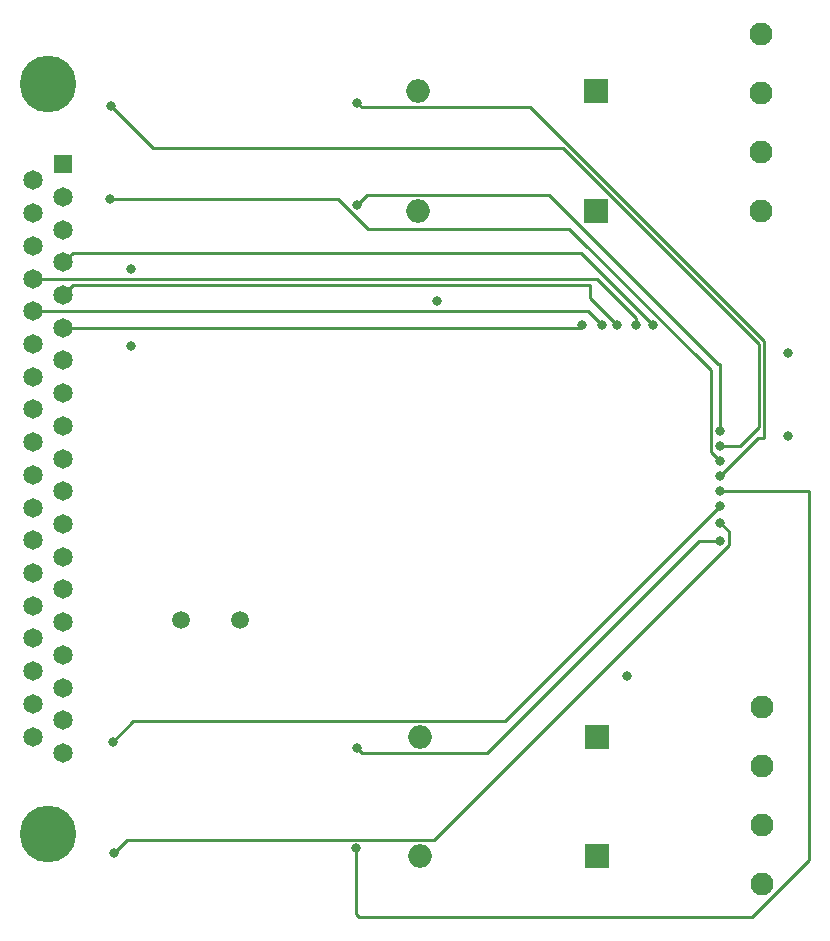
<source format=gbr>
%TF.GenerationSoftware,KiCad,Pcbnew,(5.1.10)-1*%
%TF.CreationDate,2021-11-30T13:01:00-06:00*%
%TF.ProjectId,Charges_KiCAD_Project,43686172-6765-4735-9f4b-694341445f50,rev?*%
%TF.SameCoordinates,Original*%
%TF.FileFunction,Copper,L4,Bot*%
%TF.FilePolarity,Positive*%
%FSLAX46Y46*%
G04 Gerber Fmt 4.6, Leading zero omitted, Abs format (unit mm)*
G04 Created by KiCad (PCBNEW (5.1.10)-1) date 2021-11-30 13:01:00*
%MOMM*%
%LPD*%
G01*
G04 APERTURE LIST*
%TA.AperFunction,ComponentPad*%
%ADD10C,4.800000*%
%TD*%
%TA.AperFunction,ComponentPad*%
%ADD11C,1.650000*%
%TD*%
%TA.AperFunction,ComponentPad*%
%ADD12R,1.650000X1.650000*%
%TD*%
%TA.AperFunction,ComponentPad*%
%ADD13C,1.950000*%
%TD*%
%TA.AperFunction,ComponentPad*%
%ADD14C,1.500000*%
%TD*%
%TA.AperFunction,ComponentPad*%
%ADD15O,2.000000X2.000000*%
%TD*%
%TA.AperFunction,ComponentPad*%
%ADD16R,2.000000X2.000000*%
%TD*%
%TA.AperFunction,ViaPad*%
%ADD17C,0.800000*%
%TD*%
%TA.AperFunction,Conductor*%
%ADD18C,0.250000*%
%TD*%
G04 APERTURE END LIST*
D10*
%TO.P,J3,MH2*%
%TO.N,GND*%
X108585000Y-127800000D03*
%TO.P,J3,MH1*%
X108585000Y-64300000D03*
D11*
%TO.P,J3,37*%
%TO.N,+5V*%
X107315000Y-119595000D03*
%TO.P,J3,36*%
%TO.N,Net-(J3-Pad36)*%
X107315000Y-116825000D03*
%TO.P,J3,35*%
%TO.N,Net-(J3-Pad35)*%
X107315000Y-114055000D03*
%TO.P,J3,34*%
%TO.N,Net-(J3-Pad34)*%
X107315000Y-111285000D03*
%TO.P,J3,33*%
%TO.N,Net-(J3-Pad33)*%
X107315000Y-108515000D03*
%TO.P,J3,32*%
%TO.N,Net-(J3-Pad32)*%
X107315000Y-105745000D03*
%TO.P,J3,31*%
%TO.N,Net-(J3-Pad31)*%
X107315000Y-102975000D03*
%TO.P,J3,30*%
%TO.N,Net-(J3-Pad30)*%
X107315000Y-100205000D03*
%TO.P,J3,29*%
%TO.N,Net-(J3-Pad29)*%
X107315000Y-97435000D03*
%TO.P,J3,28*%
%TO.N,Net-(J3-Pad28)*%
X107315000Y-94665000D03*
%TO.P,J3,27*%
%TO.N,Net-(J3-Pad27)*%
X107315000Y-91895000D03*
%TO.P,J3,26*%
%TO.N,/Fire_Redundant*%
X107315000Y-89125000D03*
%TO.P,J3,25*%
%TO.N,/NRST*%
X107315000Y-86355000D03*
%TO.P,J3,24*%
%TO.N,/Alert_sda*%
X107315000Y-83585000D03*
%TO.P,J3,23*%
%TO.N,/SWCLK*%
X107315000Y-80815000D03*
%TO.P,J3,22*%
%TO.N,/Sheet61A437B4/t_clk*%
X107315000Y-78045000D03*
%TO.P,J3,21*%
%TO.N,/Sheet61A437B4/t_mosi*%
X107315000Y-75275000D03*
%TO.P,J3,20*%
%TO.N,+5V*%
X107315000Y-72505000D03*
%TO.P,J3,19*%
%TO.N,GND*%
X109855000Y-120980000D03*
%TO.P,J3,18*%
%TO.N,+3V3*%
X109855000Y-118210000D03*
%TO.P,J3,17*%
%TO.N,Net-(J3-Pad17)*%
X109855000Y-115440000D03*
%TO.P,J3,16*%
%TO.N,Net-(J3-Pad16)*%
X109855000Y-112670000D03*
%TO.P,J3,15*%
%TO.N,Net-(J3-Pad15)*%
X109855000Y-109900000D03*
%TO.P,J3,14*%
%TO.N,Net-(J3-Pad14)*%
X109855000Y-107130000D03*
%TO.P,J3,13*%
%TO.N,Net-(J3-Pad13)*%
X109855000Y-104360000D03*
%TO.P,J3,12*%
%TO.N,Net-(J3-Pad12)*%
X109855000Y-101590000D03*
%TO.P,J3,11*%
%TO.N,Net-(J3-Pad11)*%
X109855000Y-98820000D03*
%TO.P,J3,10*%
%TO.N,Net-(J3-Pad10)*%
X109855000Y-96050000D03*
%TO.P,J3,9*%
%TO.N,Net-(J3-Pad9)*%
X109855000Y-93280000D03*
%TO.P,J3,8*%
%TO.N,Net-(J3-Pad8)*%
X109855000Y-90510000D03*
%TO.P,J3,7*%
%TO.N,/Fire*%
X109855000Y-87740000D03*
%TO.P,J3,6*%
%TO.N,/Alert_Active*%
X109855000Y-84970000D03*
%TO.P,J3,5*%
%TO.N,/Alert_scl*%
X109855000Y-82200000D03*
%TO.P,J3,4*%
%TO.N,/SWDIO*%
X109855000Y-79430000D03*
%TO.P,J3,3*%
%TO.N,/Sheet61A437B4/t_miso*%
X109855000Y-76660000D03*
%TO.P,J3,2*%
%TO.N,+3V3*%
X109855000Y-73890000D03*
D12*
%TO.P,J3,1*%
%TO.N,GND*%
X109855000Y-71120000D03*
%TD*%
D13*
%TO.P,J2,4*%
%TO.N,Net-(J2-Pad4)*%
X169037000Y-132094000D03*
%TO.P,J2,3*%
%TO.N,/Fet_D*%
X169037000Y-127094000D03*
%TO.P,J2,2*%
%TO.N,Net-(J2-Pad2)*%
X169037000Y-122094000D03*
%TO.P,J2,1*%
%TO.N,/Fet_C*%
X169037000Y-117094000D03*
%TD*%
%TO.P,J1,4*%
%TO.N,Net-(J1-Pad4)*%
X168910000Y-75071000D03*
%TO.P,J1,3*%
%TO.N,/Fet_B*%
X168910000Y-70071000D03*
%TO.P,J1,2*%
%TO.N,Net-(J1-Pad2)*%
X168910000Y-65071000D03*
%TO.P,J1,1*%
%TO.N,/Fet_A*%
X168910000Y-60071000D03*
%TD*%
D14*
%TO.P,IC1,2*%
%TO.N,GND*%
X119841000Y-109728000D03*
%TO.P,IC1,1*%
%TO.N,/Buzzer_Excitation*%
X124841000Y-109728000D03*
%TD*%
D15*
%TO.P,C4,2*%
%TO.N,GND*%
X140067000Y-129667000D03*
D16*
%TO.P,C4,1*%
%TO.N,Net-(C4-Pad1)*%
X155067000Y-129667000D03*
%TD*%
D15*
%TO.P,C3,2*%
%TO.N,GND*%
X140067000Y-119634000D03*
D16*
%TO.P,C3,1*%
%TO.N,Net-(C3-Pad1)*%
X155067000Y-119634000D03*
%TD*%
D15*
%TO.P,C2,2*%
%TO.N,GND*%
X139940000Y-75057000D03*
D16*
%TO.P,C2,1*%
%TO.N,Net-(C2-Pad1)*%
X154940000Y-75057000D03*
%TD*%
D15*
%TO.P,C1,2*%
%TO.N,GND*%
X139940000Y-64897000D03*
D16*
%TO.P,C1,1*%
%TO.N,Net-(C1-Pad1)*%
X154940000Y-64897000D03*
%TD*%
D17*
%TO.N,GND*%
X171196000Y-94107000D03*
X141478000Y-82677000D03*
X115570000Y-86487000D03*
X157607000Y-114427000D03*
%TO.N,+3V3*%
X171196000Y-87122000D03*
X115570000Y-80010000D03*
%TO.N,/Fire_D*%
X114173000Y-129413000D03*
X165481000Y-101473000D03*
%TO.N,/Fire_C*%
X114046000Y-120015000D03*
X165481000Y-100076000D03*
%TO.N,/Fire_B*%
X165481000Y-96266000D03*
X113792000Y-74041000D03*
%TO.N,/Fire_A*%
X113919000Y-66167000D03*
X165481000Y-94996000D03*
%TO.N,/Sense_D*%
X165481000Y-98806000D03*
X134620000Y-129032000D03*
%TO.N,/Sense_C*%
X134747000Y-120523000D03*
X165481000Y-102997000D03*
%TO.N,/Sense_B*%
X134747000Y-74549000D03*
X165481000Y-93726000D03*
%TO.N,/Sense_A*%
X134747000Y-65913000D03*
X165481000Y-97536000D03*
%TO.N,/Alert_Active*%
X153797000Y-84709000D03*
%TO.N,/SWCLK*%
X158369000Y-84709000D03*
%TO.N,/SWDIO*%
X159766000Y-84709000D03*
%TO.N,/Alert_sda*%
X155448000Y-84709000D03*
%TO.N,/Alert_scl*%
X156718000Y-84709000D03*
%TD*%
D18*
%TO.N,/Fire_D*%
X166206001Y-103345001D02*
X166206001Y-102198001D01*
X141244003Y-128306999D02*
X166206001Y-103345001D01*
X166206001Y-102198001D02*
X165481000Y-101473000D01*
X115279001Y-128306999D02*
X141244003Y-128306999D01*
X114173000Y-129413000D02*
X115279001Y-128306999D01*
%TO.N,/Fire_C*%
X147248001Y-118308999D02*
X165481000Y-100076000D01*
X115752001Y-118308999D02*
X147248001Y-118308999D01*
X114046000Y-120015000D02*
X115752001Y-118308999D01*
%TO.N,/Fire_B*%
X152711002Y-76581000D02*
X164686001Y-88555999D01*
X135705998Y-76581000D02*
X152711002Y-76581000D01*
X133165998Y-74041000D02*
X135705998Y-76581000D01*
X113792000Y-74041000D02*
X133165998Y-74041000D01*
X164686001Y-95471001D02*
X165481000Y-96266000D01*
X164686001Y-88555999D02*
X164686001Y-95471001D01*
%TO.N,/Fire_A*%
X167189685Y-94996000D02*
X165481000Y-94996000D01*
X168783000Y-93402685D02*
X167189685Y-94996000D01*
X168783000Y-86314998D02*
X168783000Y-93402685D01*
X152191002Y-69723000D02*
X168783000Y-86314998D01*
X117475000Y-69723000D02*
X152191002Y-69723000D01*
X113919000Y-66167000D02*
X117475000Y-69723000D01*
%TO.N,/Sense_D*%
X172974000Y-98806000D02*
X165481000Y-98806000D01*
X134620000Y-134620000D02*
X134874000Y-134874000D01*
X134620000Y-129032000D02*
X134620000Y-134620000D01*
X172974000Y-130081002D02*
X172974000Y-98806000D01*
X168181002Y-134874000D02*
X172974000Y-130081002D01*
X134874000Y-134874000D02*
X168181002Y-134874000D01*
%TO.N,/Sense_C*%
X134747000Y-120523000D02*
X135183001Y-120959001D01*
X135183001Y-120959001D02*
X145740999Y-120959001D01*
X163703000Y-102997000D02*
X165481000Y-102997000D01*
X145740999Y-120959001D02*
X163703000Y-102997000D01*
%TO.N,/Sense_B*%
X165481000Y-88011000D02*
X165481000Y-93726000D01*
X165308998Y-88011000D02*
X165481000Y-88011000D01*
X151029997Y-73731999D02*
X165308998Y-88011000D01*
X135564001Y-73731999D02*
X151029997Y-73731999D01*
X134747000Y-74549000D02*
X135564001Y-73731999D01*
%TO.N,/Sense_A*%
X168668007Y-94348993D02*
X165481000Y-97536000D01*
X169233009Y-94348993D02*
X168668007Y-94348993D01*
X169233009Y-86128597D02*
X169233009Y-94348993D01*
X149417411Y-66312999D02*
X169233009Y-86128597D01*
X135146999Y-66312999D02*
X149417411Y-66312999D01*
X134747000Y-65913000D02*
X135146999Y-66312999D01*
%TO.N,/Alert_Active*%
X109855000Y-84970000D02*
X110319001Y-85434001D01*
X153536000Y-84970000D02*
X153797000Y-84709000D01*
X109855000Y-84970000D02*
X153536000Y-84970000D01*
%TO.N,/SWCLK*%
X107315000Y-80815000D02*
X155040685Y-80815000D01*
X158369000Y-84143315D02*
X158369000Y-84709000D01*
X155040685Y-80815000D02*
X158369000Y-84143315D01*
%TO.N,/SWDIO*%
X110679999Y-78605001D02*
X153662001Y-78605001D01*
X153662001Y-78605001D02*
X159766000Y-84709000D01*
X109855000Y-79430000D02*
X110679999Y-78605001D01*
%TO.N,/Alert_sda*%
X154324000Y-83585000D02*
X155448000Y-84709000D01*
X107315000Y-83585000D02*
X154324000Y-83585000D01*
%TO.N,/Alert_scl*%
X110679999Y-81375001D02*
X154459096Y-81375001D01*
X109855000Y-82200000D02*
X110679999Y-81375001D01*
X154459096Y-82450096D02*
X156718000Y-84709000D01*
X154459096Y-81375001D02*
X154459096Y-82450096D01*
%TD*%
M02*

</source>
